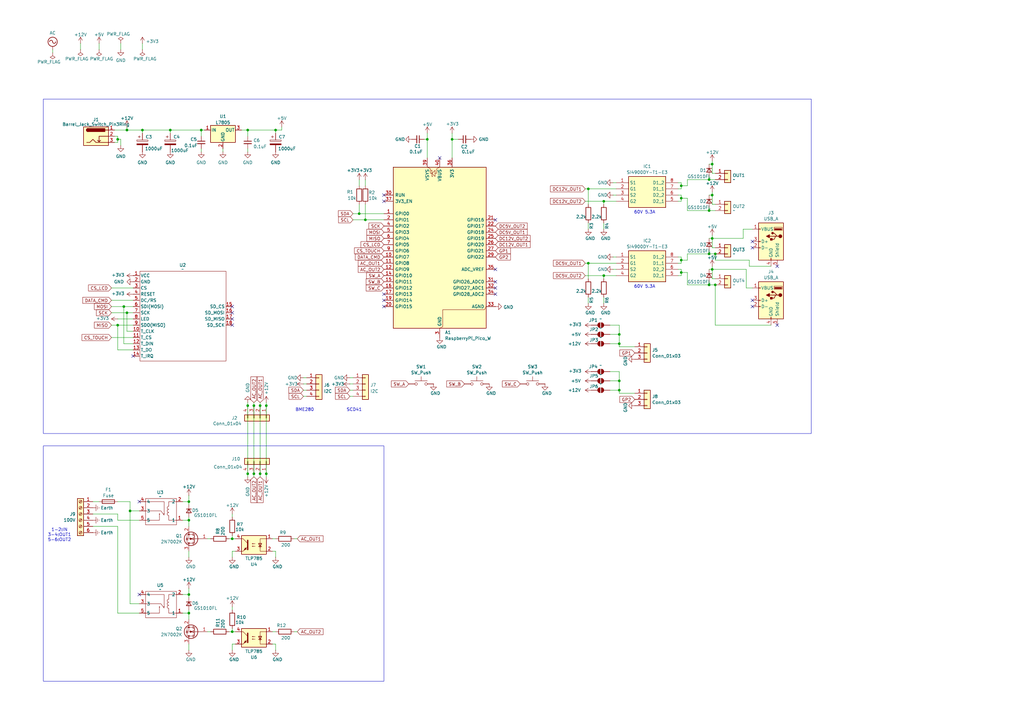
<source format=kicad_sch>
(kicad_sch (version 20250114) (generator "eeschema") (generator_version "9.0")
  (paper "A3")
  (rectangle (start 17.78 40.64) (end 332.74 177.8))
  (rectangle (start 17.78 182.88) (end 157.48 279.4))
  (text "60V 5.3A" (at 264.414 117.602 0) (effects (font (size 1.27 1.27))))
  (text "1-2:IN\n3-4:OUT1\n5-6:OUT2" (at 24.384 219.456 0) (effects (font (size 1.27 1.27))))
  (text "SCD41" (at 145.288 168.148 0) (effects (font (size 1.27 1.27))))
  (text "60V 5.3A" (at 264.414 87.122 0) (effects (font (size 1.27 1.27))))
  (text "BME280" (at 124.968 168.148 0) (effects (font (size 1.27 1.27))))
  (junction (at 290.83 104.14))
  (junction (at 77.47 205.74))
  (junction (at 292.1 110.49))
  (junction (at 77.47 243.84))
  (junction (at 48.26 133.35))
  (junction (at 292.1 80.01))
  (junction (at 109.22 166.37))
  (junction (at 109.22 194.31))
  (junction (at 48.26 57.15))
  (junction (at 101.6 194.31))
  (junction (at 53.34 209.55))
  (junction (at 290.83 116.84))
  (junction (at 95.25 220.98))
  (junction (at 293.37 116.84))
  (junction (at 254 160.02))
  (junction (at 95.25 259.08))
  (junction (at 101.6 53.34))
  (junction (at 254 137.16))
  (junction (at 101.6 166.37))
  (junction (at 293.37 104.14))
  (junction (at 69.85 53.34))
  (junction (at 104.14 166.37))
  (junction (at 290.83 73.66))
  (junction (at 247.65 113.03))
  (junction (at 52.07 53.34))
  (junction (at 279.4 111.76))
  (junction (at 185.42 57.15))
  (junction (at 254 140.97))
  (junction (at 279.4 106.68))
  (junction (at 292.1 67.31))
  (junction (at 290.83 86.36))
  (junction (at 50.8 125.73))
  (junction (at 247.65 82.55))
  (junction (at 52.07 128.27))
  (junction (at 147.32 87.63))
  (junction (at 279.4 76.2))
  (junction (at 175.26 57.15))
  (junction (at 292.1 97.79))
  (junction (at 149.86 90.17))
  (junction (at 77.47 213.36))
  (junction (at 106.68 194.31))
  (junction (at 104.14 194.31))
  (junction (at 77.47 251.46))
  (junction (at 254 156.21))
  (junction (at 58.42 53.34))
  (junction (at 82.55 53.34))
  (junction (at 279.4 81.28))
  (junction (at 241.3 77.47))
  (junction (at 113.03 53.34))
  (junction (at 241.3 107.95))
  (junction (at 106.68 166.37))
  (no_connect (at 203.2 118.11))
  (no_connect (at 318.77 109.22))
  (no_connect (at 203.2 115.57))
  (no_connect (at 157.48 80.01))
  (no_connect (at 203.2 110.49))
  (no_connect (at 57.15 243.84))
  (no_connect (at 157.48 82.55))
  (no_connect (at 308.61 99.06))
  (no_connect (at 308.61 123.19))
  (no_connect (at 95.25 133.35))
  (no_connect (at 308.61 101.6))
  (no_connect (at 180.34 64.77))
  (no_connect (at 318.77 133.35))
  (no_connect (at 95.25 125.73))
  (no_connect (at 157.48 123.19))
  (no_connect (at 95.25 130.81))
  (no_connect (at 308.61 125.73))
  (no_connect (at 57.15 205.74))
  (no_connect (at 157.48 120.65))
  (no_connect (at 157.48 125.73))
  (no_connect (at 95.25 128.27))
  (no_connect (at 203.2 120.65))
  (no_connect (at 203.2 90.17))
  (no_connect (at 54.61 146.05))
  (wire (pts (xy 144.78 90.17) (xy 149.86 90.17)))
  (wire (pts (xy 279.4 80.01) (xy 279.4 81.28)))
  (wire (pts (xy 247.65 121.92) (xy 247.65 124.46)))
  (wire (pts (xy 77.47 207.01) (xy 77.47 205.74)))
  (wire (pts (xy 290.83 80.01) (xy 292.1 80.01)))
  (wire (pts (xy 77.47 251.46) (xy 77.47 254)))
  (wire (pts (xy 101.6 166.37) (xy 101.6 194.31)))
  (wire (pts (xy 144.78 87.63) (xy 147.32 87.63)))
  (wire (pts (xy 109.22 194.31) (xy 109.22 195.58)))
  (wire (pts (xy 77.47 212.09) (xy 77.47 213.36)))
  (wire (pts (xy 279.4 81.28) (xy 281.94 81.28)))
  (wire (pts (xy 279.4 76.2) (xy 281.94 76.2)))
  (wire (pts (xy 95.25 219.71) (xy 95.25 220.98)))
  (wire (pts (xy 279.4 74.93) (xy 279.4 76.2)))
  (wire (pts (xy 279.4 107.95) (xy 278.13 107.95)))
  (wire (pts (xy 290.83 102.87) (xy 290.83 104.14)))
  (wire (pts (xy 278.13 105.41) (xy 279.4 105.41)))
  (wire (pts (xy 241.3 77.47) (xy 252.73 77.47)))
  (wire (pts (xy 48.26 57.15) (xy 48.26 58.42)))
  (wire (pts (xy 306.07 118.11) (xy 306.07 110.49)))
  (wire (pts (xy 279.4 111.76) (xy 281.94 111.76)))
  (wire (pts (xy 91.44 60.96) (xy 91.44 62.23)))
  (wire (pts (xy 240.03 77.47) (xy 241.3 77.47)))
  (wire (pts (xy 290.83 67.31) (xy 292.1 67.31)))
  (wire (pts (xy 254 133.35) (xy 254 137.16)))
  (wire (pts (xy 292.1 67.31) (xy 292.1 66.04)))
  (wire (pts (xy 147.32 73.66) (xy 147.32 76.2)))
  (wire (pts (xy 99.06 53.34) (xy 101.6 53.34)))
  (wire (pts (xy 293.37 71.12) (xy 292.1 71.12)))
  (wire (pts (xy 48.26 133.35) (xy 54.61 133.35)))
  (wire (pts (xy 240.03 113.03) (xy 247.65 113.03)))
  (wire (pts (xy 281.94 73.66) (xy 290.83 73.66)))
  (wire (pts (xy 53.34 209.55) (xy 53.34 247.65)))
  (wire (pts (xy 293.37 101.6) (xy 292.1 101.6)))
  (wire (pts (xy 113.03 53.34) (xy 115.57 53.34)))
  (wire (pts (xy 101.6 60.96) (xy 101.6 62.23)))
  (wire (pts (xy 292.1 97.79) (xy 292.1 96.52)))
  (wire (pts (xy 48.26 215.9) (xy 48.26 251.46)))
  (wire (pts (xy 49.53 59.69) (xy 49.53 57.15)))
  (wire (pts (xy 149.86 90.17) (xy 157.48 90.17)))
  (wire (pts (xy 82.55 53.34) (xy 83.82 53.34)))
  (wire (pts (xy 124.46 157.48) (xy 125.73 157.48)))
  (wire (pts (xy 53.34 209.55) (xy 57.15 209.55)))
  (wire (pts (xy 290.83 97.79) (xy 292.1 97.79)))
  (wire (pts (xy 77.47 250.19) (xy 77.47 251.46)))
  (wire (pts (xy 254 142.24) (xy 260.35 142.24)))
  (wire (pts (xy 69.85 53.34) (xy 69.85 54.61)))
  (wire (pts (xy 58.42 53.34) (xy 69.85 53.34)))
  (wire (pts (xy 49.53 57.15) (xy 48.26 57.15)))
  (wire (pts (xy 52.07 135.89) (xy 52.07 128.27)))
  (wire (pts (xy 290.83 116.84) (xy 293.37 116.84)))
  (wire (pts (xy 104.14 165.1) (xy 104.14 166.37)))
  (wire (pts (xy 48.26 210.82) (xy 38.1 210.82)))
  (wire (pts (xy 308.61 93.98) (xy 304.8 93.98)))
  (wire (pts (xy 101.6 165.1) (xy 101.6 166.37)))
  (wire (pts (xy 173.99 57.15) (xy 175.26 57.15)))
  (wire (pts (xy 46.99 58.42) (xy 48.26 58.42)))
  (wire (pts (xy 111.76 226.06) (xy 113.03 226.06)))
  (wire (pts (xy 143.51 154.94) (xy 144.78 154.94)))
  (wire (pts (xy 281.94 111.76) (xy 281.94 116.84)))
  (wire (pts (xy 48.26 213.36) (xy 48.26 210.82)))
  (wire (pts (xy 106.68 166.37) (xy 106.68 194.31)))
  (wire (pts (xy 69.85 53.34) (xy 82.55 53.34)))
  (wire (pts (xy 316.23 133.35) (xy 293.37 133.35)))
  (wire (pts (xy 48.26 213.36) (xy 57.15 213.36)))
  (wire (pts (xy 113.03 264.16) (xy 113.03 266.7)))
  (wire (pts (xy 281.94 81.28) (xy 281.94 86.36)))
  (wire (pts (xy 254 140.97) (xy 254 142.24)))
  (wire (pts (xy 250.19 133.35) (xy 254 133.35)))
  (wire (pts (xy 58.42 17.78) (xy 58.42 20.32)))
  (wire (pts (xy 48.26 55.88) (xy 48.26 57.15)))
  (wire (pts (xy 306.07 110.49) (xy 292.1 110.49)))
  (wire (pts (xy 95.25 264.16) (xy 96.52 264.16)))
  (wire (pts (xy 124.46 154.94) (xy 125.73 154.94)))
  (wire (pts (xy 101.6 53.34) (xy 113.03 53.34)))
  (wire (pts (xy 147.32 87.63) (xy 157.48 87.63)))
  (wire (pts (xy 45.72 125.73) (xy 50.8 125.73)))
  (wire (pts (xy 281.94 104.14) (xy 290.83 104.14)))
  (wire (pts (xy 250.19 160.02) (xy 254 160.02)))
  (wire (pts (xy 250.19 152.4) (xy 254 152.4)))
  (wire (pts (xy 241.3 83.82) (xy 241.3 77.47)))
  (wire (pts (xy 304.8 97.79) (xy 292.1 97.79)))
  (wire (pts (xy 251.46 74.93) (xy 252.73 74.93)))
  (wire (pts (xy 95.25 259.08) (xy 96.52 259.08)))
  (wire (pts (xy 292.1 80.01) (xy 292.1 83.82)))
  (wire (pts (xy 38.1 215.9) (xy 48.26 215.9)))
  (wire (pts (xy 250.19 140.97) (xy 254 140.97)))
  (wire (pts (xy 109.22 166.37) (xy 109.22 194.31)))
  (wire (pts (xy 247.65 113.03) (xy 247.65 114.3)))
  (wire (pts (xy 40.64 17.78) (xy 40.64 20.32)))
  (wire (pts (xy 290.83 104.14) (xy 293.37 104.14)))
  (wire (pts (xy 290.83 115.57) (xy 290.83 116.84)))
  (wire (pts (xy 115.57 53.34) (xy 115.57 52.07)))
  (wire (pts (xy 21.59 20.32) (xy 21.59 21.59)))
  (wire (pts (xy 149.86 83.82) (xy 149.86 90.17)))
  (wire (pts (xy 104.14 194.31) (xy 104.14 195.58)))
  (wire (pts (xy 254 161.29) (xy 260.35 161.29)))
  (wire (pts (xy 50.8 125.73) (xy 54.61 125.73)))
  (wire (pts (xy 307.34 106.68) (xy 307.34 109.22)))
  (wire (pts (xy 95.25 220.98) (xy 96.52 220.98)))
  (wire (pts (xy 85.09 259.08) (xy 86.36 259.08)))
  (wire (pts (xy 254 137.16) (xy 254 140.97)))
  (wire (pts (xy 278.13 82.55) (xy 279.4 82.55)))
  (wire (pts (xy 290.83 86.36) (xy 293.37 86.36)))
  (wire (pts (xy 77.47 243.84) (xy 74.93 243.84)))
  (wire (pts (xy 281.94 106.68) (xy 281.94 104.14)))
  (wire (pts (xy 250.19 156.21) (xy 254 156.21)))
  (wire (pts (xy 143.51 160.02) (xy 144.78 160.02)))
  (wire (pts (xy 101.6 53.34) (xy 101.6 55.88)))
  (wire (pts (xy 106.68 194.31) (xy 106.68 195.58)))
  (wire (pts (xy 45.72 128.27) (xy 52.07 128.27)))
  (wire (pts (xy 77.47 213.36) (xy 77.47 215.9)))
  (wire (pts (xy 293.37 133.35) (xy 293.37 116.84)))
  (wire (pts (xy 111.76 264.16) (xy 113.03 264.16)))
  (wire (pts (xy 251.46 110.49) (xy 252.73 110.49)))
  (wire (pts (xy 279.4 110.49) (xy 279.4 111.76)))
  (wire (pts (xy 48.26 143.51) (xy 48.26 133.35)))
  (wire (pts (xy 290.83 85.09) (xy 290.83 86.36)))
  (wire (pts (xy 241.3 107.95) (xy 252.73 107.95)))
  (wire (pts (xy 111.76 259.08) (xy 113.03 259.08)))
  (wire (pts (xy 48.26 205.74) (xy 53.34 205.74)))
  (wire (pts (xy 95.25 257.81) (xy 95.25 259.08)))
  (wire (pts (xy 95.25 226.06) (xy 96.52 226.06)))
  (wire (pts (xy 278.13 77.47) (xy 279.4 77.47)))
  (wire (pts (xy 52.07 53.34) (xy 58.42 53.34)))
  (wire (pts (xy 45.72 133.35) (xy 48.26 133.35)))
  (wire (pts (xy 93.98 259.08) (xy 95.25 259.08)))
  (wire (pts (xy 241.3 91.44) (xy 241.3 93.98)))
  (wire (pts (xy 251.46 80.01) (xy 252.73 80.01)))
  (wire (pts (xy 53.34 247.65) (xy 57.15 247.65)))
  (wire (pts (xy 85.09 220.98) (xy 86.36 220.98)))
  (wire (pts (xy 247.65 91.44) (xy 247.65 93.98)))
  (wire (pts (xy 279.4 105.41) (xy 279.4 106.68)))
  (wire (pts (xy 38.1 205.74) (xy 40.64 205.74)))
  (wire (pts (xy 77.47 226.06) (xy 77.47 228.6)))
  (wire (pts (xy 143.51 157.48) (xy 144.78 157.48)))
  (wire (pts (xy 247.65 83.82) (xy 247.65 82.55)))
  (wire (pts (xy 247.65 82.55) (xy 252.73 82.55)))
  (wire (pts (xy 147.32 83.82) (xy 147.32 87.63)))
  (wire (pts (xy 93.98 220.98) (xy 95.25 220.98)))
  (wire (pts (xy 279.4 81.28) (xy 279.4 82.55)))
  (wire (pts (xy 292.1 110.49) (xy 292.1 109.22)))
  (wire (pts (xy 120.65 220.98) (xy 121.92 220.98)))
  (wire (pts (xy 290.83 73.66) (xy 293.37 73.66)))
  (wire (pts (xy 124.46 162.56) (xy 125.73 162.56)))
  (wire (pts (xy 279.4 76.2) (xy 279.4 77.47)))
  (wire (pts (xy 281.94 86.36) (xy 290.83 86.36)))
  (wire (pts (xy 292.1 101.6) (xy 292.1 97.79)))
  (wire (pts (xy 46.99 53.34) (xy 52.07 53.34)))
  (wire (pts (xy 52.07 52.07) (xy 52.07 53.34)))
  (wire (pts (xy 290.83 72.39) (xy 290.83 73.66)))
  (wire (pts (xy 279.4 74.93) (xy 278.13 74.93)))
  (wire (pts (xy 49.53 17.78) (xy 49.53 20.32)))
  (wire (pts (xy 279.4 106.68) (xy 281.94 106.68)))
  (wire (pts (xy 292.1 71.12) (xy 292.1 67.31)))
  (wire (pts (xy 124.46 160.02) (xy 125.73 160.02)))
  (wire (pts (xy 250.19 137.16) (xy 254 137.16)))
  (wire (pts (xy 77.47 241.3) (xy 77.47 243.84)))
  (wire (pts (xy 281.94 76.2) (xy 281.94 73.66)))
  (wire (pts (xy 33.02 17.78) (xy 33.02 20.32)))
  (wire (pts (xy 54.61 143.51) (xy 48.26 143.51)))
  (wire (pts (xy 113.03 226.06) (xy 113.03 228.6)))
  (wire (pts (xy 307.34 109.22) (xy 316.23 109.22)))
  (wire (pts (xy 293.37 106.68) (xy 307.34 106.68)))
  (wire (pts (xy 120.65 259.08) (xy 121.92 259.08)))
  (wire (pts (xy 292.1 114.3) (xy 293.37 114.3)))
  (wire (pts (xy 240.03 107.95) (xy 241.3 107.95)))
  (wire (pts (xy 293.37 104.14) (xy 293.37 106.68)))
  (wire (pts (xy 279.4 80.01) (xy 278.13 80.01)))
  (wire (pts (xy 77.47 213.36) (xy 74.93 213.36)))
  (wire (pts (xy 52.07 128.27) (xy 54.61 128.27)))
  (wire (pts (xy 281.94 116.84) (xy 290.83 116.84)))
  (wire (pts (xy 45.72 118.11) (xy 54.61 118.11)))
  (wire (pts (xy 53.34 209.55) (xy 53.34 205.74)))
  (wire (pts (xy 185.42 54.61) (xy 185.42 57.15)))
  (wire (pts (xy 111.76 220.98) (xy 113.03 220.98)))
  (wire (pts (xy 77.47 205.74) (xy 74.93 205.74)))
  (wire (pts (xy 77.47 245.11) (xy 77.47 243.84)))
  (wire (pts (xy 254 152.4) (xy 254 156.21)))
  (wire (pts (xy 254 156.21) (xy 254 160.02)))
  (wire (pts (xy 175.26 54.61) (xy 175.26 57.15)))
  (wire (pts (xy 279.4 113.03) (xy 278.13 113.03)))
  (wire (pts (xy 77.47 203.2) (xy 77.47 205.74)))
  (wire (pts (xy 290.83 110.49) (xy 292.1 110.49)))
  (wire (pts (xy 50.8 140.97) (xy 54.61 140.97)))
  (wire (pts (xy 308.61 118.11) (xy 306.07 118.11)))
  (wire (pts (xy 46.99 55.88) (xy 48.26 55.88)))
  (wire (pts (xy 185.42 57.15) (xy 185.42 64.77)))
  (wire (pts (xy 185.42 57.15) (xy 187.96 57.15)))
  (wire (pts (xy 254 160.02) (xy 254 161.29)))
  (wire (pts (xy 57.15 251.46) (xy 48.26 251.46)))
  (wire (pts (xy 241.3 121.92) (xy 241.3 124.46)))
  (wire (pts (xy 240.03 82.55) (xy 247.65 82.55)))
  (wire (pts (xy 279.4 106.68) (xy 279.4 107.95)))
  (wire (pts (xy 45.72 138.43) (xy 54.61 138.43)))
  (wire (pts (xy 54.61 135.89) (xy 52.07 135.89)))
  (wire (pts (xy 82.55 53.34) (xy 82.55 55.88)))
  (wire (pts (xy 106.68 165.1) (xy 106.68 166.37)))
  (wire (pts (xy 77.47 264.16) (xy 77.47 266.7)))
  (wire (pts (xy 279.4 111.76) (xy 279.4 113.03)))
  (wire (pts (xy 292.1 110.49) (xy 292.1 114.3)))
  (wire (pts (xy 95.25 248.92) (xy 95.25 250.19)))
  (wire (pts (xy 101.6 194.31) (xy 101.6 195.58)))
  (wire (pts (xy 251.46 105.41) (xy 252.73 105.41)))
  (wire (pts (xy 104.14 166.37) (xy 104.14 194.31)))
  (wire (pts (xy 77.47 251.46) (xy 74.93 251.46)))
  (wire (pts (xy 109.22 165.1) (xy 109.22 166.37)))
  (wire (pts (xy 241.3 107.95) (xy 241.3 114.3)))
  (wire (pts (xy 292.1 83.82) (xy 293.37 83.82)))
  (wire (pts (xy 95.25 210.82) (xy 95.25 212.09)))
  (wire (pts (xy 143.51 162.56) (xy 144.78 162.56)))
  (wire (pts (xy 82.55 60.96) (xy 82.55 62.23)))
  (wire (pts (xy 45.72 123.19) (xy 54.61 123.19)))
  (wire (pts (xy 149.86 73.66) (xy 149.86 76.2)))
  (wire (pts (xy 48.26 130.81) (xy 54.61 130.81)))
  (wire (pts (xy 95.25 228.6) (xy 95.25 226.06)))
  (wire (pts (xy 113.03 53.34) (xy 113.03 54.61)))
  (wire (pts (xy 292.1 80.01) (xy 292.1 78.74)))
  (wire (pts (xy 278.13 110.49) (xy 279.4 110.49)))
  (wire (pts (xy 95.25 266.7) (xy 95.25 264.16)))
  (wire (pts (xy 247.65 113.03) (xy 252.73 113.03)))
  (wire (pts (xy 58.42 53.34) (xy 58.42 54.61)))
  (wire (pts (xy 304.8 93.98) (xy 304.8 97.79)))
  (wire (pts (xy 175.26 57.15) (xy 175.26 64.77)))
  (wire (pts (xy 50.8 125.73) (xy 50.8 140.97)))
  (global_label "MOSI" (shape input) (at 45.72 125.73 180) (property "Intersheetrefs" "${INTERSHEET_REFS}" (effects (hide yes))))
  (global_label "AC_OUT2" (shape input) (at 104.14 195.58 270) (property "Intersheetrefs" "${INTERSHEET_REFS}" (effects (hide yes))))
  (global_label "SW_C" (shape input) (at 213.36 157.48 180) (property "Intersheetrefs" "${INTERSHEET_REFS}" (effects (hide yes))))
  (global_label "AC_OUT1" (shape input) (at 106.68 165.1 90) (property "Intersheetrefs" "${INTERSHEET_REFS}" (effects (hide yes))))
  (global_label "GP2" (shape input) (at 203.2 105.41 0) (property "Intersheetrefs" "${INTERSHEET_REFS}" (effects (hide yes))))
  (global_label "AC_OUT2" (shape input) (at 157.48 110.49 180) (property "Intersheetrefs" "${INTERSHEET_REFS}" (effects (hide yes))))
  (global_label "AC_OUT1" (shape input) (at 121.92 220.98 0) (property "Intersheetrefs" "${INTERSHEET_REFS}" (effects (hide yes))))
  (global_label "SDA" (shape input) (at 144.78 87.63 180) (property "Intersheetrefs" "${INTERSHEET_REFS}" (effects (hide yes))))
  (global_label "DC5V_OUT1" (shape input) (at 203.2 95.25 0) (property "Intersheetrefs" "${INTERSHEET_REFS}" (effects (hide yes))))
  (global_label "DC12V_OUT1" (shape input) (at 240.03 77.47 180) (property "Intersheetrefs" "${INTERSHEET_REFS}" (effects (hide yes))))
  (global_label "GP1" (shape input) (at 260.35 144.78 180) (property "Intersheetrefs" "${INTERSHEET_REFS}" (effects (hide yes))))
  (global_label "MOSI" (shape input) (at 157.48 95.25 180) (property "Intersheetrefs" "${INTERSHEET_REFS}" (effects (hide yes))))
  (global_label "DC12V_OUT1" (shape input) (at 203.2 100.33 0) (property "Intersheetrefs" "${INTERSHEET_REFS}" (effects (hide yes))))
  (global_label "SW_B" (shape input) (at 157.48 115.57 180) (property "Intersheetrefs" "${INTERSHEET_REFS}" (effects (hide yes))))
  (global_label "MISO" (shape input) (at 157.48 97.79 180) (property "Intersheetrefs" "${INTERSHEET_REFS}" (effects (hide yes))))
  (global_label "SDA" (shape input) (at 143.51 160.02 180) (property "Intersheetrefs" "${INTERSHEET_REFS}" (effects (hide yes))))
  (global_label "DC5V_OUT2" (shape input) (at 203.2 92.71 0) (property "Intersheetrefs" "${INTERSHEET_REFS}" (effects (hide yes))))
  (global_label "DC5V_OUT1" (shape input) (at 240.03 107.95 180) (property "Intersheetrefs" "${INTERSHEET_REFS}" (effects (hide yes))))
  (global_label "CS_TOUCH" (shape input) (at 45.72 138.43 180) (property "Intersheetrefs" "${INTERSHEET_REFS}" (effects (hide yes))))
  (global_label "DC12V_OUT2" (shape input) (at 240.03 82.55 180) (property "Intersheetrefs" "${INTERSHEET_REFS}" (effects (hide yes))))
  (global_label "SCK" (shape input) (at 45.72 128.27 180) (property "Intersheetrefs" "${INTERSHEET_REFS}" (effects (hide yes))))
  (global_label "SCL" (shape input) (at 143.51 162.56 180) (property "Intersheetrefs" "${INTERSHEET_REFS}" (effects (hide yes))))
  (global_label "CS_TOUCH" (shape input) (at 157.48 102.87 180) (property "Intersheetrefs" "${INTERSHEET_REFS}" (effects (hide yes))))
  (global_label "MISO" (shape input) (at 45.72 133.35 180) (property "Intersheetrefs" "${INTERSHEET_REFS}" (effects (hide yes))))
  (global_label "SDA" (shape input) (at 124.46 160.02 180) (property "Intersheetrefs" "${INTERSHEET_REFS}" (effects (hide yes))))
  (global_label "SW_B" (shape input) (at 190.5 157.48 180) (property "Intersheetrefs" "${INTERSHEET_REFS}" (effects (hide yes))))
  (global_label "GP1" (shape input) (at 203.2 102.87 0) (property "Intersheetrefs" "${INTERSHEET_REFS}" (effects (hide yes))))
  (global_label "AC_OUT2" (shape input) (at 121.92 259.08 0) (property "Intersheetrefs" "${INTERSHEET_REFS}" (effects (hide yes))))
  (global_label "AC_OUT2" (shape input) (at 104.14 165.1 90) (property "Intersheetrefs" "${INTERSHEET_REFS}" (effects (hide yes))))
  (global_label "SW_C" (shape input) (at 157.48 118.11 180) (property "Intersheetrefs" "${INTERSHEET_REFS}" (effects (hide yes))))
  (global_label "DATA_CMD" (shape input) (at 45.72 123.19 180) (property "Intersheetrefs" "${INTERSHEET_REFS}" (effects (hide yes))))
  (global_label "AC_OUT1" (shape input) (at 106.68 195.58 270) (property "Intersheetrefs" "${INTERSHEET_REFS}" (effects (hide yes))))
  (global_label "DC5V_OUT2" (shape input) (at 240.03 113.03 180) (property "Intersheetrefs" "${INTERSHEET_REFS}" (effects (hide yes))))
  (global_label "SCL" (shape input) (at 124.46 162.56 180) (property "Intersheetrefs" "${INTERSHEET_REFS}" (effects (hide yes))))
  (global_label "DATA_CMD" (shape input) (at 157.48 105.41 180) (property "Intersheetrefs" "${INTERSHEET_REFS}" (effects (hide yes))))
  (global_label "SCL" (shape input) (at 144.78 90.17 180) (property "Intersheetrefs" "${INTERSHEET_REFS}" (effects (hide yes))))
  (global_label "SW_A" (shape input) (at 167.64 157.48 180) (property "Intersheetrefs" "${INTERSHEET_REFS}" (effects (hide yes))))
  (global_label "GP2" (shape input) (at 260.35 163.83 180) (property "Intersheetrefs" "${INTERSHEET_REFS}" (effects (hide yes))))
  (global_label "SW_A" (shape input) (at 157.48 113.03 180) (property "Intersheetrefs" "${INTERSHEET_REFS}" (effects (hide yes))))
  (global_label "CS_LCD" (shape input) (at 45.72 118.11 180) (property "Intersheetrefs" "${INTERSHEET_REFS}" (effects (hide yes))))
  (global_label "CS_LCD" (shape input) (at 157.48 100.33 180) (property "Intersheetrefs" "${INTERSHEET_REFS}" (effects (hide yes))))
  (global_label "AC_OUT1" (shape input) (at 157.48 107.95 180) (property "Intersheetrefs" "${INTERSHEET_REFS}" (effects (hide yes))))
  (global_label "SCK" (shape input) (at 157.48 92.71 180) (property "Intersheetrefs" "${INTERSHEET_REFS}" (effects (hide yes))))
  (global_label "DC12V_OUT2" (shape input) (at 203.2 97.79 0) (property "Intersheetrefs" "${INTERSHEET_REFS}" (effects (hide yes))))
  (symbol (lib_id "power:+3V3") (at 242.57 152.4 90) (unit 1)
    (property "Reference" "#PWR045" (effects (hide yes)))
    (property "Value" "+3V3" (at 238.506 152.146 90) (effects (justify left)))
    (property "Description" "Power symbol creates a global label with name \"+3V3\"" (effects (hide yes)))
  )
  (symbol (lib_id "power:+12V") (at 52.07 52.07 0) (unit 1)
    (property "Reference" "#PWR06" (effects (hide yes)))
    (property "Value" "+12V" (at 52.07 48.4942 0))
    (property "Description" "Power symbol creates a global label with name \"+12V\"" (effects (hide yes)))
  )
  (symbol (lib_id "Device:C_Polarized") (at 69.85 58.42 0) (unit 1)
    (property "Reference" "C4" (at 71.12 56.134 0) (effects (justify left)))
    (property "Value" "1000uF" (at 70.104 61.722 0) (effects (justify left)))
    (property "Footprint" "Capacitor_THT:CP_Radial_D10.0mm_P5.00mm_P7.50mm" (effects (hide yes)))
    (property "Description" "Polarized capacitor" (effects (hide yes)))
  )
  (symbol (lib_id "mylib:MSP2807") (at 74.93 129.54 0) (unit 1)
    (property "Reference" "U2" (at 74.93 108.7205 0))
    (property "Value" "~" (at 74.93 110.4019 0))
    (property "Footprint" "mylib:MSP2807" (effects (hide yes)))
  )
  (symbol (lib_id "power:+12V") (at 242.57 160.02 90) (unit 1)
    (property "Reference" "#PWR054" (effects (hide yes)))
    (property "Value" "+12V" (at 238.252 160.02 90) (effects (justify left)))
    (property "Description" "Power symbol creates a global label with name \"+12V\"" (effects (hide yes)))
  )
  (symbol (lib_id "power:GND") (at 101.6 195.58 0) (unit 1)
    (property "Reference" "#PWR067" (effects (hide yes)))
    (property "Value" "GND" (at 101.6 203.708 90) (effects (justify left)))
    (property "Description" "Power symbol creates a global label with name \"GND\" , ground" (effects (hide yes)))
  )
  (symbol (lib_id "power:+3V3") (at 185.42 54.61 0) (unit 1)
    (property "Reference" "#PWR09" (effects (hide yes)))
    (property "Value" "+3V3" (at 182.88 50.8 0) (effects (justify left)))
    (property "Description" "Power symbol creates a global label with name \"+3V3\"" (effects (hide yes)))
  )
  (symbol (lib_id "power:GND") (at 177.8 157.48 0) (unit 1)
    (property "Reference" "#PWR051" (effects (hide yes)))
    (property "Value" "GND" (at 176.53 161.29 0) (effects (justify left)))
    (property "Description" "Power symbol creates a global label with name \"GND\" , ground" (effects (hide yes)))
  )
  (symbol (lib_id "power:GND") (at 69.85 62.23 0) (unit 1)
    (property "Reference" "#PWR014" (effects (hide yes)))
    (property "Value" "GND" (at 69.85 66.6734 0))
    (property "Description" "Power symbol creates a global label with name \"GND\" , ground" (effects (hide yes)))
  )
  (symbol (lib_id "mylib:SI4900DY-T1-E3") (at 252.73 74.93 0) (unit 1)
    (property "Reference" "IC1" (at 265.43 68.2455 0))
    (property "Value" "SI4900DY-T1-E3" (at 265.43 70.6698 0))
    (property "Footprint" "mylib:SOIC127P600X175-8N" (effects (hide yes)))
    (property "Datasheet" "http://www.vishay.com/docs/73272/si4900dy.pdf" (effects (hide yes)))
    (property "Description" "SI4900DY-T1-E3, Dual N-channel MOSFET Transistor 4.3 A 60 V, 8-Pin SOIC" (effects (hide yes)))
    (property "Height" "1.75" (effects (hide yes)))
    (property "Mouser Part Number" "781-SI4900DY-E3" (effects (hide yes)))
    (property "Mouser Price/Stock" "https://www.mouser.co.uk/ProductDetail/Vishay-Semiconductors/SI4900DY-T1-E3?qs=jcx%252B0HVgj2bqp4ExOjjizg%3D%3D" (effects (hide yes)))
    (property "Manufacturer_Name" "Vishay" (effects (hide yes)))
    (property "Manufacturer_Part_Number" "SI4900DY-T1-E3" (effects (hide yes)))
  )
  (symbol (lib_id "power:GND") (at 200.66 157.48 0) (unit 1)
    (property "Reference" "#PWR052" (effects (hide yes)))
    (property "Value" "GND" (at 199.39 161.29 0) (effects (justify left)))
    (property "Description" "Power symbol creates a global label with name \"GND\" , ground" (effects (hide yes)))
  )
  (symbol (lib_id "mylib:SI4900DY-T1-E3") (at 252.73 105.41 0) (unit 1)
    (property "Reference" "IC2" (at 265.43 98.7255 0))
    (property "Value" "SI4900DY-T1-E3" (at 265.43 101.1498 0))
    (property "Footprint" "mylib:SOIC127P600X175-8N" (effects (hide yes)))
    (property "Datasheet" "http://www.vishay.com/docs/73272/si4900dy.pdf" (effects (hide yes)))
    (property "Description" "SI4900DY-T1-E3, Dual N-channel MOSFET Transistor 4.3 A 60 V, 8-Pin SOIC" (effects (hide yes)))
    (property "Height" "1.75" (effects (hide yes)))
    (property "Mouser Part Number" "781-SI4900DY-E3" (effects (hide yes)))
    (property "Mouser Price/Stock" "https://www.mouser.co.uk/ProductDetail/Vishay-Semiconductors/SI4900DY-T1-E3?qs=jcx%252B0HVgj2bqp4ExOjjizg%3D%3D" (effects (hide yes)))
    (property "Manufacturer_Name" "Vishay" (effects (hide yes)))
    (property "Manufacturer_Part_Number" "SI4900DY-T1-E3" (effects (hide yes)))
  )
  (symbol (lib_id "power:+5V") (at 242.57 137.16 90) (unit 1)
    (property "Reference" "#PWR041" (effects (hide yes)))
    (property "Value" "+5V" (at 238.252 137.16 90) (effects (justify left)))
    (property "Description" "Power symbol creates a global label with name \"+5V\"" (effects (hide yes)))
  )
  (symbol (lib_id "power:GND") (at 260.35 166.37 270) (unit 1)
    (property "Reference" "#PWR055" (effects (hide yes)))
    (property "Value" "GND" (at 256.54 165.1 0) (effects (justify left)))
    (property "Description" "Power symbol creates a global label with name \"GND\" , ground" (effects (hide yes)))
  )
  (symbol (lib_id "power:+5V") (at 292.1 109.22 0) (unit 1)
    (property "Reference" "#PWR031" (effects (hide yes)))
    (property "Value" "+5V" (at 292.1 105.6442 0))
    (property "Description" "Power symbol creates a global label with name \"+5V\"" (effects (hide yes)))
  )
  (symbol (lib_id "Device:C_Polarized") (at 113.03 58.42 0) (unit 1)
    (property "Reference" "C7" (at 114.3 56.134 0) (effects (justify left)))
    (property "Value" "1000uF" (at 114.046 60.96 0) (effects (justify left)))
    (property "Footprint" "Capacitor_THT:CP_Radial_D10.0mm_P5.00mm_P7.50mm" (effects (hide yes)))
    (property "Description" "Polarized capacitor" (effects (hide yes)))
  )
  (symbol (lib_id "power:GND") (at 101.6 165.1 180) (unit 1)
    (property "Reference" "#PWR026" (effects (hide yes)))
    (property "Value" "GND" (at 101.6 156.972 90) (effects (justify left)))
    (property "Description" "Power symbol creates a global label with name \"GND\" , ground" (effects (hide yes)))
  )
  (symbol (lib_id "power:GND") (at 241.3 93.98 0) (unit 1)
    (property "Reference" "#PWR027" (effects (hide yes)))
    (property "Value" "GND" (at 240.03 97.79 0) (effects (justify left)))
    (property "Description" "Power symbol creates a global label with name \"GND\" , ground" (effects (hide yes)))
  )
  (symbol (lib_id "Device:R") (at 247.65 118.11 0) (unit 1)
    (property "Reference" "R6" (at 248.92 124.46 90) (effects (justify left)))
    (property "Value" "2.2k" (at 242.57 119.38 0) (effects (justify left)))
    (property "Footprint" "Resistor_SMD:R_0603_1608Metric_Pad0.98x0.95mm_HandSolder" (effects (hide yes)))
    (property "Description" "Resistor" (effects (hide yes)))
  )
  (symbol (lib_id "Device:C_Small") (at 171.45 57.15 270) (unit 1)
    (property "Reference" "C1" (at 169.926 59.944 90) (effects (justify left)))
    (property "Value" "0.1uF" (at 167.894 62.23 90) (effects (justify left)))
    (property "Footprint" "Capacitor_SMD:C_0603_1608Metric_Pad1.08x0.95mm_HandSolder" (effects (hide yes)))
    (property "Description" "Unpolarized capacitor, small symbol" (effects (hide yes)))
  )
  (symbol (lib_id "power:+3V3") (at 48.26 130.81 90) (unit 1)
    (property "Reference" "#PWR039" (effects (hide yes)))
    (property "Value" "+3V3" (at 44.704 130.556 90) (effects (justify left)))
    (property "Description" "Power symbol creates a global label with name \"+3V3\"" (effects (hide yes)))
  )
  (symbol (lib_id "power:GND") (at 82.55 62.23 0) (unit 1)
    (property "Reference" "#PWR015" (effects (hide yes)))
    (property "Value" "GND" (at 82.55 66.6734 0))
    (property "Description" "Power symbol creates a global label with name \"GND\" , ground" (effects (hide yes)))
  )
  (symbol (lib_id "power:GND") (at 247.65 93.98 0) (unit 1)
    (property "Reference" "#PWR028" (effects (hide yes)))
    (property "Value" "GND" (at 246.38 97.79 0) (effects (justify left)))
    (property "Description" "Power symbol creates a global label with name \"GND\" , ground" (effects (hide yes)))
  )
  (symbol (lib_id "Connector_Generic:Conn_01x02") (at 298.45 71.12 0) (unit 1)
    (property "Reference" "OUT1" (at 300.482 71.9208 0) (effects (justify left)))
    (property "Value" "~" (at 300.482 73.6022 0) (effects (justify left)))
    (property "Footprint" "Connector_JST:JST_XH_B2B-XH-AM_1x02_P2.50mm_Vertical" (effects (hide yes)))
    (property "Description" "Generic connector, single row, 01x02, script generated (kicad-library-utils/schlib/autogen/connector/)" (effects (hide yes)))
  )
  (symbol (lib_id "power:+3V3") (at 58.42 17.78 0) (unit 1)
    (property "Reference" "#PWR03" (effects (hide yes)))
    (property "Value" "+3V3" (at 59.817 16.9438 0) (effects (justify left)))
    (property "Description" "Power symbol creates a global label with name \"+3V3\"" (effects (hide yes)))
  )
  (symbol (lib_id "Connector_Generic:Conn_01x02") (at 298.45 83.82 0) (unit 1)
    (property "Reference" "OUT2" (at 300.482 84.6208 0) (effects (justify left)))
    (property "Value" "~" (at 300.482 86.3022 0) (effects (justify left)))
    (property "Footprint" "Connector_JST:JST_XH_B2B-XH-AM_1x02_P2.50mm_Vertical" (effects (hide yes)))
    (property "Description" "Generic connector, single row, 01x02, script generated (kicad-library-utils/schlib/autogen/connector/)" (effects (hide yes)))
  )
  (symbol (lib_id "Connector_Generic:Conn_01x04") (at 106.68 189.23 270) (mirror x) (unit 1)
    (property "Reference" "J10" (at 96.774 188.214 90))
    (property "Value" "Conn_01x04" (at 93.472 191.516 90))
    (property "Footprint" "Connector_JST:JST_XH_B4B-XH-AM_1x04_P2.50mm_Vertical" (effects (hide yes)))
    (property "Description" "Generic connector, single row, 01x04, script generated (kicad-library-utils/schlib/autogen/connector/)" (effects (hide yes)))
  )
  (symbol (lib_id "power:+12V") (at 77.47 203.2 0) (unit 1)
    (property "Reference" "#PWR057" (effects (hide yes)))
    (property "Value" "+12V" (at 77.47 199.6242 0))
    (property "Description" "Power symbol creates a global label with name \"+12V\"" (effects (hide yes)))
  )
  (symbol (lib_id "Device:C_Small") (at 190.5 57.15 90) (unit 1)
    (property "Reference" "C2" (at 191.77 60.198 90) (effects (justify left)))
    (property "Value" "0.1uF" (at 194.818 62.23 90) (effects (justify left)))
    (property "Footprint" "Capacitor_SMD:C_0603_1608Metric_Pad1.08x0.95mm_HandSolder" (effects (hide yes)))
    (property "Description" "Unpolarized capacitor, small symbol" (effects (hide yes)))
  )
  (symbol (lib_id "power:GND") (at 251.46 110.49 270) (unit 1)
    (property "Reference" "#PWR032" (effects (hide yes)))
    (property "Value" "GND" (at 245.11 110.49 90) (effects (justify left)))
    (property "Description" "Power symbol creates a global label with name \"GND\" , ground" (effects (hide yes)))
  )
  (symbol (lib_id "power:GND") (at 168.91 57.15 270) (unit 1)
    (property "Reference" "#PWR010" (effects (hide yes)))
    (property "Value" "GND" (at 162.052 57.15 90) (effects (justify left)))
    (property "Description" "Power symbol creates a global label with name \"GND\" , ground" (effects (hide yes)))
  )
  (symbol (lib_id "power:GND") (at 251.46 105.41 270) (unit 1)
    (property "Reference" "#PWR030" (effects (hide yes)))
    (property "Value" "GND" (at 245.11 105.41 90) (effects (justify left)))
    (property "Description" "Power symbol creates a global label with name \"GND\" , ground" (effects (hide yes)))
  )
  (symbol (lib_id "Connector_Generic:Conn_01x04") (at 106.68 171.45 270) (unit 1)
    (property "Reference" "J2" (at 96.1855 171.45 90))
    (property "Value" "Conn_01x04" (at 93.218 173.736 90))
    (property "Footprint" "Connector_JST:JST_XH_B4B-XH-AM_1x04_P2.50mm_Vertical" (effects (hide yes)))
    (property "Description" "Generic connector, single row, 01x04, script generated (kicad-library-utils/schlib/autogen/connector/)" (effects (hide yes)))
  )
  (symbol (lib_id "Transistor_FET:2N7002K") (at 80.01 259.08 180) (unit 1)
    (property "Reference" "Q2" (at 74.803 257.8678 0) (effects (justify left)))
    (property "Value" "2N7002K" (at 74.803 260.2921 0) (effects (justify left)))
    (property "Footprint" "Package_TO_SOT_SMD:SOT-23" (effects (hide yes)))
    (property "Datasheet" "https://www.diodes.com/assets/Datasheets/ds30896.pdf" (effects (hide yes)))
    (property "Description" "0.38A Id, 60V Vds, N-Channel MOSFET, SOT-23" (effects (hide yes)))
  )
  (symbol (lib_id "Device:D_Small") (at 290.83 82.55 270) (unit 1)
    (property "Reference" "D2" (at 287.02 82.55 90) (effects (justify left)))
    (property "Value" "GS1010FL" (at 281.94 85.09 90) (effects (justify left)))
    (property "Footprint" "Diode_SMD:D_SOD-123F" (effects (hide yes)))
    (property "Description" "Diode, small symbol" (effects (hide yes)))
    (property "Sim.Device" "D" (effects (hide yes)))
    (property "Sim.Pins" "1=K 2=A" (effects (hide yes)))
  )
  (symbol (lib_id "Regulator_Linear:L7805") (at 91.44 53.34 0) (unit 1)
    (property "Reference" "U1" (at 91.44 47.7352 0))
    (property "Value" "L7805" (at 91.44 50.2721 0))
    (property "Footprint" "Package_TO_SOT_SMD:TO-252-2" (effects (hide yes)))
    (property "Datasheet" "http://www.st.com/content/ccc/resource/technical/document/datasheet/41/4f/b3/b0/12/d4/47/88/CD00000444.pdf/files/CD00000444.pdf/jcr:content/translations/en.CD00000444.pdf" (effects (hide yes)))
    (property "Description" "Positive 1.5A 35V Linear Regulator, Fixed Output 5V, TO-220/TO-263/TO-252" (effects (hide yes)))
  )
  (symbol (lib_id "power:+5V") (at 292.1 96.52 0) (unit 1)
    (property "Reference" "#PWR029" (effects (hide yes)))
    (property "Value" "+5V" (at 292.1 92.9442 0))
    (property "Description" "Power symbol creates a global label with name \"+5V\"" (effects (hide yes)))
  )
  (symbol (lib_id "power:+5V") (at 175.26 54.61 0) (unit 1)
    (property "Reference" "#PWR08" (effects (hide yes)))
    (property "Value" "+5V" (at 175.26 51.0342 0))
    (property "Description" "Power symbol creates a global label with name \"+5V\"" (effects (hide yes)))
  )
  (symbol (lib_id "power:GND") (at 77.47 266.7 0) (unit 1)
    (property "Reference" "#PWR069" (effects (hide yes)))
    (property "Value" "GND" (at 76.2 270.51 0) (effects (justify left)))
    (property "Description" "Power symbol creates a global label with name \"GND\" , ground" (effects (hide yes)))
  )
  (symbol (lib_id "power:+5V") (at 242.57 156.21 90) (unit 1)
    (property "Reference" "#PWR048" (effects (hide yes)))
    (property "Value" "+5V" (at 238.252 156.21 90) (effects (justify left)))
    (property "Description" "Power symbol creates a global label with name \"+5V\"" (effects (hide yes)))
  )
  (symbol (lib_id "Connector_Generic:Conn_01x02") (at 298.45 101.6 0) (unit 1)
    (property "Reference" "OUT3" (at 300.482 102.4008 0) (effects (justify left)))
    (property "Value" "~" (at 300.482 104.0822 0) (effects (justify left)))
    (property "Footprint" "Connector_JST:JST_XH_B2B-XH-AM_1x02_P2.50mm_Vertical" (effects (hide yes)))
    (property "Description" "Generic connector, single row, 01x02, script generated (kicad-library-utils/schlib/autogen/connector/)" (effects (hide yes)))
  )
  (symbol (lib_id "power:+12V") (at 109.22 165.1 0) (unit 1)
    (property "Reference" "#PWR025" (effects (hide yes)))
    (property "Value" "+12V" (at 109.22 161.925 90) (effects (justify left)))
    (property "Description" "Power symbol creates a global label with name \"+12V\"" (effects (hide yes)))
  )
  (symbol (lib_id "Isolator:TLP785") (at 104.14 261.62 0) (mirror y) (unit 1)
    (property "Reference" "U6" (at 104.14 269.5745 0))
    (property "Value" "TLP785" (at 104.14 267.1502 0))
    (property "Footprint" "Package_DIP:DIP-4_W7.62mm" (effects (hide yes)))
    (property "Datasheet" "https://toshiba.semicon-storage.com/info/docget.jsp?did=10569&prodName=TLP785" (effects (hide yes)))
    (property "Description" "DC Optocoupler, Vce 80V, CTR 50-200%, DIP4" (effects (hide yes)))
  )
  (symbol (lib_id "power:+3V3") (at 242.57 133.35 90) (unit 1)
    (property "Reference" "#PWR040" (effects (hide yes)))
    (property "Value" "+3V3" (at 238.506 133.096 90) (effects (justify left)))
    (property "Description" "Power symbol creates a global label with name \"+3V3\"" (effects (hide yes)))
  )
  (symbol (lib_id "power:GND") (at 91.44 62.23 0) (unit 1)
    (property "Reference" "#PWR016" (effects (hide yes)))
    (property "Value" "GND" (at 91.44 66.6734 0))
    (property "Description" "Power symbol creates a global label with name \"GND\" , ground" (effects (hide yes)))
  )
  (symbol (lib_id "Device:R") (at 116.84 220.98 90) (unit 1)
    (property "Reference" "R9" (at 117.348 218.44 90) (effects (justify left)))
    (property "Value" "200" (at 119.126 223.52 90) (effects (justify left)))
    (property "Footprint" "Resistor_SMD:R_0603_1608Metric_Pad0.98x0.95mm_HandSolder" (effects (hide yes)))
    (property "Description" "Resistor" (effects (hide yes)))
  )
  (symbol (lib_id "Transistor_FET:2N7002K") (at 80.01 220.98 180) (unit 1)
    (property "Reference" "Q1" (at 74.803 219.7678 0) (effects (justify left)))
    (property "Value" "2N7002K" (at 74.803 222.1921 0) (effects (justify left)))
    (property "Footprint" "Package_TO_SOT_SMD:SOT-23" (effects (hide yes)))
    (property "Datasheet" "https://www.diodes.com/assets/Datasheets/ds30896.pdf" (effects (hide yes)))
    (property "Description" "0.38A Id, 60V Vds, N-Channel MOSFET, SOT-23" (effects (hide yes)))
  )
  (symbol (lib_id "power:+3V3") (at 124.46 157.48 90) (unit 1)
    (property "Reference" "#PWR049" (effects (hide yes)))
    (property "Value" "+3V3" (at 116.84 157.48 90) (effects (justify right)))
    (property "Description" "Power symbol creates a global label with name \"+3V3\"" (effects (hide yes)))
  )
  (symbol (lib_id "Connector_Generic:Conn_01x03") (at 265.43 163.83 0) (unit 1)
    (property "Reference" "J8" (at 267.462 162.6178 0) (effects (justify left)))
    (property "Value" "Conn_01x03" (at 267.462 165.0421 0) (effects (justify left)))
    (property "Footprint" "Connector_JST:JST_XH_B3B-XH-AM_1x03_P2.50mm_Vertical" (effects (hide yes)))
    (property "Description" "Generic connector, single row, 01x03, script generated (kicad-library-utils/schlib/autogen/connector/)" (effects (hide yes)))
  )
  (symbol (lib_id "Connector_Generic:Conn_01x04") (at 149.86 157.48 0) (unit 1)
    (property "Reference" "J7" (at 151.892 157.9153 0) (effects (justify left)))
    (property "Value" "I2C" (at 151.892 160.4522 0) (effects (justify left)))
    (property "Footprint" "Connector_JST:JST_XH_B4B-XH-AM_1x04_P2.50mm_Vertical" (effects (hide yes)))
    (property "Description" "Generic connector, single row, 01x04, script generated (kicad-library-utils/schlib/autogen/connector/)" (effects (hide yes)))
  )
  (symbol (lib_id "power:GND") (at 223.52 157.48 0) (unit 1)
    (property "Reference" "#PWR053" (effects (hide yes)))
    (property "Value" "GND" (at 222.25 161.29 0) (effects (justify left)))
    (property "Description" "Power symbol creates a global label with name \"GND\" , ground" (effects (hide yes)))
  )
  (symbol (lib_id "Device:R") (at 241.3 118.11 0) (unit 1)
    (property "Reference" "R5" (at 242.57 124.46 90) (effects (justify left)))
    (property "Value" "2.2k" (at 236.22 119.38 0) (effects (justify left)))
    (property "Footprint" "Resistor_SMD:R_0603_1608Metric_Pad0.98x0.95mm_HandSolder" (effects (hide yes)))
    (property "Description" "Resistor" (effects (hide yes)))
  )
  (symbol (lib_id "Device:D_Small") (at 290.83 100.33 270) (unit 1)
    (property "Reference" "D3" (at 287.02 100.33 90) (effects (justify left)))
    (property "Value" "GS1010FL" (at 281.94 102.87 90) (effects (justify left)))
    (property "Footprint" "Diode_SMD:D_SOD-123F" (effects (hide yes)))
    (property "Description" "Diode, small symbol" (effects (hide yes)))
    (property "Sim.Device" "D" (effects (hide yes)))
    (property "Sim.Pins" "1=K 2=A" (effects (hide yes)))
  )
  (symbol (lib_id "Device:R") (at 247.65 87.63 0) (unit 1)
    (property "Reference" "R4" (at 248.92 93.98 90) (effects (justify left)))
    (property "Value" "2.2k" (at 242.57 88.9 0) (effects (justify left)))
    (property "Footprint" "Resistor_SMD:R_0603_1608Metric_Pad0.98x0.95mm_HandSolder" (effects (hide yes)))
    (property "Description" "Resistor" (effects (hide yes)))
  )
  (symbol (lib_id "power:+12V") (at 109.22 195.58 180) (unit 1)
    (property "Reference" "#PWR065" (effects (hide yes)))
    (property "Value" "+12V" (at 109.22 198.755 90) (effects (justify left)))
    (property "Description" "Power symbol creates a global label with name \"+12V\"" (effects (hide yes)))
  )
  (symbol (lib_id "Device:R") (at 241.3 87.63 0) (unit 1)
    (property "Reference" "R3" (at 242.57 93.98 90) (effects (justify left)))
    (property "Value" "2.2k" (at 236.22 88.9 0) (effects (justify left)))
    (property "Footprint" "Resistor_SMD:R_0603_1608Metric_Pad0.98x0.95mm_HandSolder" (effects (hide yes)))
    (property "Description" "Resistor" (effects (hide yes)))
  )
  (symbol (lib_id "Isolator:TLP785") (at 104.14 223.52 0) (mirror y) (unit 1)
    (property "Reference" "U4" (at 104.14 231.4745 0))
    (property "Value" "TLP785" (at 104.14 229.0502 0))
    (property "Footprint" "Package_DIP:DIP-4_W7.62mm" (effects (hide yes)))
    (property "Datasheet" "https://toshiba.semicon-storage.com/info/docget.jsp?did=10569&prodName=TLP785" (effects (hide yes)))
    (property "Description" "DC Optocoupler, Vce 80V, CTR 50-200%, DIP4" (effects (hide yes)))
  )
  (symbol (lib_id "power:GND") (at 101.6 62.23 0) (unit 1)
    (property "Reference" "#PWR017" (effects (hide yes)))
    (property "Value" "GND" (at 101.6 66.6734 0))
    (property "Description" "Power symbol creates a global label with name \"GND\" , ground" (effects (hide yes)))
  )
  (symbol (lib_id "Device:R") (at 95.25 215.9 0) (unit 1)
    (property "Reference" "R7" (at 97.028 215.0653 0) (effects (justify left)))
    (property "Value" "10k" (at 96.52 217.17 0) (effects (justify left)))
    (property "Footprint" "Resistor_SMD:R_0603_1608Metric_Pad0.98x0.95mm_HandSolder" (effects (hide yes)))
    (property "Description" "Resistor" (effects (hide yes)))
  )
  (symbol (lib_id "Switch:SW_Push") (at 195.58 157.48 0) (unit 1)
    (property "Reference" "SW2" (at 195.58 150.4145 0))
    (property "Value" "SW_Push" (at 195.58 152.8388 0))
    (property "Footprint" "Button_Switch_THT:SW_PUSH_6mm" (effects (hide yes)))
    (property "Description" "Push button switch, generic, two pins" (effects (hide yes)))
  )
  (symbol (lib_id "power:+12V") (at 95.25 248.92 0) (unit 1)
    (property "Reference" "#PWR068" (effects (hide yes)))
    (property "Value" "+12V" (at 95.25 245.3442 0))
    (property "Description" "Power symbol creates a global label with name \"+12V\"" (effects (hide yes)))
  )
  (symbol (lib_id "power:+12V") (at 242.57 140.97 90) (unit 1)
    (property "Reference" "#PWR043" (effects (hide yes)))
    (property "Value" "+12V" (at 238.252 140.97 90) (effects (justify left)))
    (property "Description" "Power symbol creates a global label with name \"+12V\"" (effects (hide yes)))
  )
  (symbol (lib_id "power:PWR_FLAG") (at 58.42 20.32 180) (unit 1)
    (property "Reference" "#FLG04" (effects (hide yes)))
    (property "Value" "PWR_FLAG" (at 54.61 24.13 0) (effects (justify right)))
    (property "Description" "Special symbol for telling ERC where power comes from" (effects (hide yes)))
  )
  (symbol (lib_id "Device:Fuse") (at 44.45 205.74 90) (unit 1)
    (property "Reference" "F1" (at 44.45 200.8335 90))
    (property "Value" "Fuse" (at 44.45 203.2578 90))
    (property "Footprint" "mylib:MF-563" (effects (hide yes)))
    (property "Description" "Fuse" (effects (hide yes)))
  )
  (symbol (lib_id "Connector:Screw_Terminal_01x06") (at 33.02 210.82 0) (mirror y) (unit 1)
    (property "Reference" "J9" (at 30.988 210.8778 0) (effects (justify left)))
    (property "Value" "100V" (at 30.988 213.3021 0) (effects (justify left)))
    (property "Footprint" "mylib:ML-40-S1AXF-6P" (effects (hide yes)))
    (property "Description" "Generic screw terminal, single row, 01x06, script generated (kicad-library-utils/schlib/autogen/connector/)" (effects (hide yes)))
  )
  (symbol (lib_id "Jumper:SolderJumper_2_Open") (at 246.38 152.4 0) (unit 1)
    (property "Reference" "JP4" (at 243.332 150.368 0))
    (property "Value" "~" (at 246.38 149.7908 0))
    (property "Footprint" "Jumper:SolderJumper-2_P1.3mm_Open_RoundedPad1.0x1.5mm" (effects (hide yes)))
    (property "Description" "Solder Jumper, 2-pole, open" (effects (hide yes)))
  )
  (symbol (lib_id "Device:R") (at 90.17 220.98 90) (unit 1)
    (property "Reference" "R8" (at 89.3353 219.202 0) (effects (justify left)))
    (property "Value" "200" (at 91.44 219.71 0) (effects (justify left)))
    (property "Footprint" "Resistor_SMD:R_0603_1608Metric_Pad0.98x0.95mm_HandSolder" (effects (hide yes)))
    (property "Description" "Resistor" (effects (hide yes)))
  )
  (symbol (lib_id "Device:D_Small") (at 290.83 69.85 270) (unit 1)
    (property "Reference" "D1" (at 287.02 69.85 90) (effects (justify left)))
    (property "Value" "GS1010FL" (at 281.94 72.39 90) (effects (justify left)))
    (property "Footprint" "Diode_SMD:D_SOD-123F" (effects (hide yes)))
    (property "Description" "Diode, small symbol" (effects (hide yes)))
    (property "Sim.Device" "D" (effects (hide yes)))
    (property "Sim.Pins" "1=K 2=A" (effects (hide yes)))
  )
  (symbol (lib_id "power:GND") (at 113.03 266.7 0) (unit 1)
    (property "Reference" "#PWR071" (effects (hide yes)))
    (property "Value" "GND" (at 111.76 270.51 0) (effects (justify left)))
    (property "Description" "Power symbol creates a global label with name \"GND\" , ground" (effects (hide yes)))
  )
  (symbol (lib_id "power:GND") (at 124.46 154.94 270) (unit 1)
    (property "Reference" "#PWR046" (effects (hide yes)))
    (property "Value" "GND" (at 120.0166 154.94 90))
    (property "Description" "Power symbol creates a global label with name \"GND\" , ground" (effects (hide yes)))
  )
  (symbol (lib_id "power:+3V3") (at 54.61 113.03 90) (unit 1)
    (property "Reference" "#PWR033" (effects (hide yes)))
    (property "Value" "+3V3" (at 51.054 112.776 90) (effects (justify left)))
    (property "Description" "Power symbol creates a global label with name \"+3V3\"" (effects (hide yes)))
  )
  (symbol (lib_id "power:+5V") (at 115.57 52.07 0) (unit 1)
    (property "Reference" "#PWR07" (effects (hide yes)))
    (property "Value" "+5V" (at 115.57 48.4942 0))
    (property "Description" "Power symbol creates a global label with name \"+5V\"" (effects (hide yes)))
  )
  (symbol (lib_id "power:GND") (at 247.65 124.46 0) (unit 1)
    (property "Reference" "#PWR037" (effects (hide yes)))
    (property "Value" "GND" (at 246.38 128.27 0) (effects (justify left)))
    (property "Description" "Power symbol creates a global label with name \"GND\" , ground" (effects (hide yes)))
  )
  (symbol (lib_id "Device:C_Polarized") (at 58.42 58.42 0) (unit 1)
    (property "Reference" "C3" (at 59.69 56.134 0) (effects (justify left)))
    (property "Value" "1000uF" (at 59.436 60.96 0) (effects (justify left)))
    (property "Footprint" "Capacitor_THT:CP_Radial_D10.0mm_P5.00mm_P7.50mm" (effects (hide yes)))
    (property "Description" "Polarized capacitor" (effects (hide yes)))
  )
  (symbol (lib_id "power:GND") (at 251.46 74.93 270) (unit 1)
    (property "Reference" "#PWR022" (effects (hide yes)))
    (property "Value" "GND" (at 245.11 74.93 90) (effects (justify left)))
    (property "Description" "Power symbol creates a global label with name \"GND\" , ground" (effects (hide yes)))
  )
  (symbol (lib_id "Device:D_Small") (at 77.47 209.55 270) (unit 1)
    (property "Reference" "D5" (at 78.74 209.296 90) (effects (justify left)))
    (property "Value" "GS1010FL" (at 79.502 211.328 90) (effects (justify left)))
    (property "Footprint" "Diode_SMD:D_SOD-123F" (effects (hide yes)))
    (property "Description" "Diode, small symbol" (effects (hide yes)))
    (property "Sim.Device" "D" (effects (hide yes)))
    (property "Sim.Pins" "1=K 2=A" (effects (hide yes)))
  )
  (symbol (lib_id "power:GND") (at 95.25 228.6 0) (unit 1)
    (property "Reference" "#PWR063" (effects (hide yes)))
    (property "Value" "GND" (at 93.98 232.41 0) (effects (justify left)))
    (property "Description" "Power symbol creates a global label with name \"GND\" , ground" (effects (hide yes)))
  )
  (symbol (lib_id "power:+12V") (at 292.1 78.74 0) (unit 1)
    (property "Reference" "#PWR023" (effects (hide yes)))
    (property "Value" "+12V" (at 292.1 75.1642 0))
    (property "Description" "Power symbol creates a global label with name \"+12V\"" (effects (hide yes)))
  )
  (symbol (lib_id "power:GND") (at 49.53 20.32 0) (unit 1)
    (property "Reference" "#PWR05" (effects (hide yes)))
    (property "Value" "GND" (at 49.53 24.7634 0))
    (property "Description" "Power symbol creates a global label with name \"GND\" , ground" (effects (hide yes)))
  )
  (symbol (lib_id "Device:R") (at 95.25 254 0) (unit 1)
    (property "Reference" "R10" (at 97.028 253.1653 0) (effects (justify left)))
    (property "Value" "10k" (at 96.52 255.27 0) (effects (justify left)))
    (property "Footprint" "Resistor_SMD:R_0603_1608Metric_Pad0.98x0.95mm_HandSolder" (effects (hide yes)))
    (property "Description" "Resistor" (effects (hide yes)))
  )
  (symbol (lib_id "Device:R") (at 149.86 80.01 0) (unit 1)
    (property "Reference" "R2" (at 151.13 78.994 0) (effects (justify left)))
    (property "Value" "10k" (at 151.13 81.28 0) (effects (justify left)))
    (property "Footprint" "Resistor_SMD:R_0603_1608Metric_Pad0.98x0.95mm_HandSolder" (effects (hide yes)))
    (property "Description" "Resistor" (effects (hide yes)))
  )
  (symbol (lib_id "Device:C_Small") (at 82.55 58.42 0) (unit 1)
    (property "Reference" "C5" (at 78.105 57.15 0) (effects (justify left)))
    (property "Value" "0.1uF" (at 75.565 59.69 0) (effects (justify left)))
    (property "Footprint" "Capacitor_SMD:C_0603_1608Metric_Pad1.08x0.95mm_HandSolder" (effects (hide yes)))
    (property "Description" "Unpolarized capacitor, small symbol" (effects (hide yes)))
  )
  (symbol (lib_id "power:GND") (at 77.47 228.6 0) (unit 1)
    (property "Reference" "#PWR062" (effects (hide yes)))
    (property "Value" "GND" (at 76.2 232.41 0) (effects (justify left)))
    (property "Description" "Power symbol creates a global label with name \"GND\" , ground" (effects (hide yes)))
  )
  (symbol (lib_id "Jumper:SolderJumper_2_Open") (at 246.38 140.97 0) (unit 1)
    (property "Reference" "JP3" (at 243.586 139.446 0))
    (property "Value" "~" (at 246.38 138.3608 0))
    (property "Footprint" "Jumper:SolderJumper-2_P1.3mm_Open_RoundedPad1.0x1.5mm" (effects (hide yes)))
    (property "Description" "Solder Jumper, 2-pole, open" (effects (hide yes)))
  )
  (symbol (lib_id "Connector_Generic:Conn_01x02") (at 298.45 114.3 0) (unit 1)
    (property "Reference" "OUT4" (at 300.482 115.1008 0) (effects (justify left)))
    (property "Value" "~" (at 300.482 116.7822 0) (effects (justify left)))
    (property "Footprint" "Connector_JST:JST_XH_B2B-XH-AM_1x02_P2.50mm_Vertical" (effects (hide yes)))
    (property "Description" "Generic connector, single row, 01x02, script generated (kicad-library-utils/schlib/autogen/connector/)" (effects (hide yes)))
  )
  (symbol (lib_id "power:GND") (at 54.61 115.57 270) (unit 1)
    (property "Reference" "#PWR034" (effects (hide yes)))
    (property "Value" "GND" (at 46.736 115.57 90) (effects (justify left)))
    (property "Description" "Power symbol creates a global label with name \"GND\" , ground" (effects (hide yes)))
  )
  (symbol (lib_id "Device:D_Small") (at 290.83 113.03 270) (unit 1)
    (property "Reference" "D4" (at 287.02 113.03 90) (effects (justify left)))
    (property "Value" "GS1010FL" (at 281.94 115.57 90) (effects (justify left)))
    (property "Footprint" "Diode_SMD:D_SOD-123F" (effects (hide yes)))
    (property "Description" "Diode, small symbol" (effects (hide yes)))
    (property "Sim.Device" "D" (effects (hide yes)))
    (property "Sim.Pins" "1=K 2=A" (effects (hide yes)))
  )
  (symbol (lib_id "Device:R") (at 147.32 80.01 0) (unit 1)
    (property "Reference" "R1" (at 142.24 78.74 0) (effects (justify left)))
    (property "Value" "10k" (at 142.494 81.28 0) (effects (justify left)))
    (property "Footprint" "Resistor_SMD:R_0603_1608Metric_Pad0.98x0.95mm_HandSolder" (effects (hide yes)))
    (property "Description" "Resistor" (effects (hide yes)))
  )
  (symbol (lib_id "power:GND") (at 95.25 266.7 0) (unit 1)
    (property "Reference" "#PWR070" (effects (hide yes)))
    (property "Value" "GND" (at 93.98 270.51 0) (effects (justify left)))
    (property "Description" "Power symbol creates a global label with name \"GND\" , ground" (effects (hide yes)))
  )
  (symbol (lib_id "power:+12V") (at 77.47 241.3 0) (unit 1)
    (property "Reference" "#PWR066" (effects (hide yes)))
    (property "Value" "+12V" (at 77.47 237.7242 0))
    (property "Description" "Power symbol creates a global label with name \"+12V\"" (effects (hide yes)))
  )
  (symbol (lib_id "mylib:943-1C-12DS") (at 66.04 209.55 180) (unit 1)
    (property "Reference" "U3" (at 65.7225 201.9385 0))
    (property "Value" "~" (at 65.7225 203.6199 0))
    (property "Footprint" "mylib:943-1C-12DS" (effects (hide yes)))
  )
  (symbol (lib_id "Device:R") (at 90.17 259.08 90) (unit 1)
    (property "Reference" "R11" (at 89.3353 257.302 0) (effects (justify left)))
    (property "Value" "200" (at 91.44 257.81 0) (effects (justify left)))
    (property "Footprint" "Resistor_SMD:R_0603_1608Metric_Pad0.98x0.95mm_HandSolder" (effects (hide yes)))
    (property "Description" "Resistor" (effects (hide yes)))
  )
  (symbol (lib_id "power:+3V3") (at 149.86 73.66 0) (unit 1)
    (property "Reference" "#PWR021" (effects (hide yes)))
    (property "Value" "+3V3" (at 147.32 69.85 0) (effects (justify left)))
    (property "Description" "Power symbol creates a global label with name \"+3V3\"" (effects (hide yes)))
  )
  (symbol (lib_id "power:+5V") (at 40.64 17.78 0) (unit 1)
    (property "Reference" "#PWR02" (effects (hide yes)))
    (property "Value" "+5V" (at 40.64 14.2042 0))
    (property "Description" "Power symbol creates a global label with name \"+5V\"" (effects (hide yes)))
  )
  (symbol (lib_id "power:GND") (at 203.2 125.73 90) (unit 1)
    (property "Reference" "#PWR038" (effects (hide yes)))
    (property "Value" "GND" (at 210.566 125.984 90) (effects (justify left)))
    (property "Description" "Power symbol creates a global label with name \"GND\" , ground" (effects (hide yes)))
  )
  (symbol (lib_id "MCU_Module:RaspberryPi_Pico_W") (at 180.34 102.87 0) (unit 1)
    (property "Reference" "A1" (at 182.4833 136.3401 0) (effects (justify left)))
    (property "Value" "RaspberryPi_Pico_W" (at 182.4833 138.7644 0) (effects (justify left)))
    (property "Footprint" "mylib:RaspberryPi_Pico_W_SMD_HandSolder" (effects (hide yes)))
    (property "Datasheet" "https://datasheets.raspberrypi.com/picow/pico-w-datasheet.pdf" (effects (hide yes)))
    (property "Description" "Versatile and inexpensive wireless microcontroller module powered by RP2040 dual-core Arm Cortex-M0+ processor up to 133 MHz, 264kB SRAM, 2MB QSPI flash, Infineon CYW43439 2.4GHz 802.11n wireless LAN; also supports Raspberry Pi Pico 2 W" (effects (hide yes)))
  )
  (symbol (lib_id "power:GND") (at 193.04 57.15 90) (unit 1)
    (property "Reference" "#PWR011" (effects (hide yes)))
    (property "Value" "GND" (at 200.406 57.15 90) (effects (justify left)))
    (property "Description" "Power symbol creates a global label with name \"GND\" , ground" (effects (hide yes)))
  )
  (symbol (lib_id "power:+12V") (at 33.02 17.78 0) (unit 1)
    (property "Reference" "#PWR01" (effects (hide yes)))
    (property "Value" "+12V" (at 33.02 14.2042 0))
    (property "Description" "Power symbol creates a global label with name \"+12V\"" (effects (hide yes)))
  )
  (symbol (lib_id "power:+12V") (at 292.1 66.04 0) (unit 1)
    (property "Reference" "#PWR019" (effects (hide yes)))
    (property "Value" "+12V" (at 292.1 62.4642 0))
    (property "Description" "Power symbol creates a global label with name \"+12V\"" (effects (hide yes)))
  )
  (symbol (lib_id "power:GND") (at 180.34 138.43 0) (unit 1)
    (property "Reference" "#PWR042" (effects (hide yes)))
    (property "Value" "GND" (at 179.07 142.24 0) (effects (justify left)))
    (property "Description" "Power symbol creates a global label with name \"GND\" , ground" (effects (hide yes)))
  )
  (symbol (lib_id "power:GND") (at 58.42 62.23 0) (unit 1)
    (property "Reference" "#PWR013" (effects (hide yes)))
    (property "Value" "GND" (at 58.42 66.6734 0))
    (property "Description" "Power symbol creates a global label with name \"GND\" , ground" (effects (hide yes)))
  )
  (symbol (lib_id "Device:D_Small") (at 77.47 247.65 270) (unit 1)
    (property "Reference" "D6" (at 78.74 247.396 90) (effects (justify left)))
    (property "Value" "GS1010FL" (at 79.502 249.428 90) (effects (justify left)))
    (property "Footprint" "Diode_SMD:D_SOD-123F" (effects (hide yes)))
    (property "Description" "Diode, small symbol" (effects (hide yes)))
    (property "Sim.Device" "D" (effects (hide yes)))
    (property "Sim.Pins" "1=K 2=A" (effects (hide yes)))
  )
  (symbol (lib_id "power:Earth") (at 38.1 208.28 90) (unit 1)
    (property "Reference" "#PWR058" (effects (hide yes)))
    (property "Value" "Earth" (at 41.275 208.28 90) (effects (justify right)))
    (property "Description" "Power symbol creates a global label with name \"Earth\"" (effects (hide yes)))
  )
  (symbol (lib_id "power:GND") (at 113.03 228.6 0) (unit 1)
    (property "Reference" "#PWR064" (effects (hide yes)))
    (property "Value" "GND" (at 111.76 232.41 0) (effects (justify left)))
    (property "Description" "Power symbol creates a global label with name \"GND\" , ground" (effects (hide yes)))
  )
  (symbol (lib_id "power:GND") (at 260.35 147.32 270) (unit 1)
    (property "Reference" "#PWR044" (effects (hide yes)))
    (property "Value" "GND" (at 256.54 146.05 0) (effects (justify left)))
    (property "Description" "Power symbol creates a global label with name \"GND\" , ground" (effects (hide yes)))
  )
  (symbol (lib_id "Device:R") (at 116.84 259.08 90) (unit 1)
    (property "Reference" "R12" (at 117.348 256.54 90) (effects (justify left)))
    (property "Value" "200" (at 119.126 261.62 90) (effects (justify left)))
    (property "Footprint" "Resistor_SMD:R_0603_1608Metric_Pad0.98x0.95mm_HandSolder" (effects (hide yes)))
    (property "Description" "Resistor" (effects (hide yes)))
  )
  (symbol (lib_id "power:PWR_FLAG") (at 33.02 20.32 180) (unit 1)
    (property "Reference" "#FLG02" (effects (hide yes)))
    (property "Value" "PWR_FLAG" (at 26.67 24.13 0) (effects (justify right)))
    (property "Description" "Special symbol for telling ERC where power comes from" (effects (hide yes)))
  )
  (symbol (lib_id "power:GND") (at 251.46 80.01 270) (unit 1)
    (property "Reference" "#PWR024" (effects (hide yes)))
    (property "Value" "GND" (at 245.11 80.01 90) (effects (justify left)))
    (property "Description" "Power symbol creates a global label with name \"GND\" , ground" (effects (hide yes)))
  )
  (symbol (lib_id "Jumper:SolderJumper_2_Open") (at 246.38 160.02 0) (unit 1)
    (property "Reference" "JP6" (at 243.586 158.496 0))
    (property "Value" "~" (at 246.38 157.4108 0))
    (property "Footprint" "Jumper:SolderJumper-2_P1.3mm_Open_RoundedPad1.0x1.5mm" (effects (hide yes)))
    (property "Description" "Solder Jumper, 2-pole, open" (effects (hide yes)))
  )
  (symbol (lib_id "Jumper:SolderJumper_2_Open") (at 246.38 137.16 0) (unit 1)
    (property "Reference" "JP2" (at 243.586 135.128 0))
    (property "Value" "~" (at 246.38 134.5508 0))
    (property "Footprint" "Jumper:SolderJumper-2_P1.3mm_Open_RoundedPad1.0x1.5mm" (effects (hide yes)))
    (property "Description" "Solder Jumper, 2-pole, open" (effects (hide yes)))
  )
  (symbol (lib_id "Connector:Barrel_Jack_Switch_Pin3Ring") (at 39.37 55.88 0) (unit 1)
    (property "Reference" "J1" (at 39.37 49.0601 0))
    (property "Value" "Barrel_Jack_Switch_Pin3Ring" (at 39.37 50.9811 0))
    (property "Footprint" "Connector_BarrelJack:BarrelJack_Horizontal" (effects (hide yes)))
    (property "Description" "DC Barrel Jack with an internal switch" (effects (hide yes)))
  )
  (symbol (lib_id "Connector_Generic:Conn_01x03") (at 265.43 144.78 0) (unit 1)
    (property "Reference" "J5" (at 267.462 143.5678 0) (effects (justify left)))
    (property "Value" "Conn_01x03" (at 267.462 145.9921 0) (effects (justify left)))
    (property "Footprint" "Connector_JST:JST_XH_B3B-XH-AM_1x03_P2.50mm_Vertical" (effects (hide yes)))
    (property "Description" "Generic connector, single row, 01x03, script generated (kicad-library-utils/schlib/autogen/connector/)" (effects (hide yes)))
  )
  (symbol (lib_id "Jumper:SolderJumper_2_Open") (at 246.38 133.35 0) (unit 1)
    (property "Reference" "JP1" (at 243.332 131.318 0))
    (property "Value" "~" (at 246.38 130.7408 0))
    (property "Footprint" "Jumper:SolderJumper-2_P1.3mm_Open_RoundedPad1.0x1.5mm" (effects (hide yes)))
    (property "Description" "Solder Jumper, 2-pole, open" (effects (hide yes)))
  )
  (symbol (lib_id "power:GND") (at 143.51 154.94 270) (unit 1)
    (property "Reference" "#PWR047" (effects (hide yes)))
    (property "Value" "GND" (at 139.0666 154.94 90))
    (property "Description" "Power symbol creates a global label with name \"GND\" , ground" (effects (hide yes)))
  )
  (symbol (lib_id "power:+3V3") (at 147.32 73.66 0) (unit 1)
    (property "Reference" "#PWR020" (effects (hide yes)))
    (property "Value" "+3V3" (at 142.24 69.85 0) (effects (justify left)))
    (property "Description" "Power symbol creates a global label with name \"+3V3\"" (effects (hide yes)))
  )
  (symbol (lib_id "power:AC") (at 21.59 20.32 0) (unit 1)
    (property "Reference" "#PWR04" (effects (hide yes)))
    (property "Value" "AC" (at 21.59 13.5199 0))
    (property "Description" "Power symbol creates a global label with name \"AC\"" (effects (hide yes)))
  )
  (symbol (lib_id "power:Earth") (at 38.1 218.44 90) (unit 1)
    (property "Reference" "#PWR061" (effects (hide yes)))
    (property "Value" "Earth" (at 41.275 218.44 90) (effects (justify right)))
    (property "Description" "Power symbol creates a global label with name \"Earth\"" (effects (hide yes)))
  )
  (symbol (lib_id "power:GND") (at 113.03 62.23 0) (unit 1)
    (property "Reference" "#PWR018" (effects (hide yes)))
    (property "Value" "GND" (at 113.03 66.6734 0))
    (property "Description" "Power symbol creates a global label with name \"GND\" , ground" (effects (hide yes)))
  )
  (symbol (lib_id "power:PWR_FLAG") (at 21.59 21.59 180) (unit 1)
    (property "Reference" "#FLG05" (effects (hide yes)))
    (property "Value" "PWR_FLAG" (at 15.24 25.4 0) (effects (justify right)))
    (property "Description" "Special symbol for telling ERC where power comes from" (effects (hide yes)))
  )
  (symbol (lib_id "Switch:SW_Push") (at 172.72 157.48 0) (unit 1)
    (property "Reference" "SW1" (at 172.72 150.4145 0))
    (property "Value" "SW_Push" (at 172.72 152.8388 0))
    (property "Footprint" "Button_Switch_THT:SW_PUSH_6mm" (effects (hide yes)))
    (property "Description" "Push button switch, generic, two pins" (effects (hide yes)))
  )
  (symbol (lib_id "power:PWR_FLAG") (at 49.53 17.78 0) (unit 1)
    (property "Reference" "#FLG01" (effects (hide yes)))
    (property "Value" "PWR_FLAG" (at 53.34 13.97 0) (effects (justify right)))
    (property "Description" "Special symbol for telling ERC where power comes from" (effects (hide yes)))
  )
  (symbol (lib_id "power:+3V3") (at 54.61 120.65 90) (unit 1)
    (property "Reference" "#PWR035" (effects (hide yes)))
    (property "Value" "+3V3" (at 51.054 120.396 90) (effects (justify left)))
    (property "Description" "Power symbol creates a global label with name \"+3V3\"" (effects (hide yes)))
  )
  (symbol (lib_id "Switch:SW_Push") (at 218.44 157.48 0) (unit 1)
    (property "Reference" "SW3" (at 218.44 150.4145 0))
    (property "Value" "SW_Push" (at 218.44 152.8388 0))
    (property "Footprint" "Button_Switch_THT:SW_PUSH_6mm" (effects (hide yes)))
    (property "Description" "Push button switch, generic, two pins" (effects (hide yes)))
  )
  (symbol (lib_id "power:GND") (at 241.3 124.46 0) (unit 1)
    (property "Reference" "#PWR036" (effects (hide yes)))
    (property "Value" "GND" (at 240.03 128.27 0) (effects (justify left)))
    (property "Description" "Power symbol creates a global label with name \"GND\" , ground" (effects (hide yes)))
  )
  (symbol (lib_id "power:+12V") (at 95.25 210.82 0) (unit 1)
    (property "Reference" "#PWR059" (effects (hide yes)))
    (property "Value" "+12V" (at 95.25 207.2442 0))
    (property "Description" "Power symbol creates a global label with name \"+12V\"" (effects (hide yes)))
  )
  (symbol (lib_id "power:GND") (at 49.53 59.69 0) (unit 1)
    (property "Reference" "#PWR012" (effects (hide yes)))
    (property "Value" "GND" (at 49.53 64.1334 0))
    (property "Description" "Power symbol creates a global label with name \"GND\" , ground" (effects (hide yes)))
  )
  (symbol (lib_id "Connector:USB_A") (at 316.23 123.19 0) (mirror y) (unit 1)
    (property "Reference" "J4" (at 316.23 111.4255 0))
    (property "Value" "USB_A" (at 316.23 113.8498 0))
    (property "Footprint" "mylib:USB_A_CONNFLY_DS1095-WNR0" (effects (hide yes)))
    (property "Description" "USB Type A connector" (effects (hide yes)))
  )
  (symbol (lib_id "Connector:USB_A") (at 316.23 99.06 0) (mirror y) (unit 1)
    (property "Reference" "J3" (at 316.23 87.2955 0))
    (property "Value" "USB_A" (at 316.23 89.7198 0))
    (property "Footprint" "mylib:USB_A_CONNFLY_DS1095-WNR0" (effects (hide yes)))
    (property "Description" "USB Type A connector" (effects (hide yes)))
  )
  (symbol (lib_id "mylib:943-1C-12DS") (at 66.04 247.65 180) (unit 1)
    (property "Reference" "U5" (at 65.7225 240.0385 0))
    (property "Value" "~" (at 65.7225 241.7199 0))
    (property "Footprint" "mylib:943-1C-12DS" (effects (hide yes)))
  )
  (symbol (lib_id "Jumper:SolderJumper_2_Open") (at 246.38 156.21 0) (unit 1)
    (property "Reference" "JP5" (at 243.586 154.178 0))
    (property "Value" "~" (at 246.38 153.6008 0))
    (property "Footprint" "Jumper:SolderJumper-2_P1.3mm_Open_RoundedPad1.0x1.5mm" (effects (hide yes)))
    (property "Description" "Solder Jumper, 2-pole, open" (effects (hide yes)))
  )
  (symbol (lib_id "power:PWR_FLAG") (at 40.64 20.32 180) (unit 1)
    (property "Reference" "#FLG03" (effects (hide yes)))
    (property "Value" "PWR_FLAG" (at 36.83 24.13 0) (effects (justify right)))
    (property "Description" "Special symbol for telling ERC where power comes from" (effects (hide yes)))
  )
  (symbol (lib_id "power:+3V3") (at 143.51 157.48 90) (unit 1)
    (property "Reference" "#PWR050" (effects (hide yes)))
    (property "Value" "+3V3" (at 135.89 157.48 90) (effects (justify right)))
    (property "Description" "Power symbol creates a global label with name \"+3V3\"" (effects (hide yes)))
  )
  (symbol (lib_id "power:Earth") (at 38.1 213.36 90) (unit 1)
    (property "Reference" "#PWR060" (effects (hide yes)))
    (property "Value" "Earth" (at 41.275 213.36 90) (effects (justify right)))
    (property "Description" "Power symbol creates a global label with name \"Earth\"" (effects (hide yes)))
  )
  (symbol (lib_id "Device:C_Small") (at 101.6 58.42 0) (unit 1)
    (property "Reference" "C6" (at 103.9241 57.5916 0) (effects (justify left)))
    (property "Value" "0.1uF" (at 103.9241 60.1285 0) (effects (justify left)))
    (property "Footprint" "Capacitor_SMD:C_0603_1608Metric_Pad1.08x0.95mm_HandSolder" (effects (hide yes)))
    (property "Description" "Unpolarized capacitor, small symbol" (effects (hide yes)))
  )
  (symbol (lib_id "Connector_Generic:Conn_01x04") (at 130.81 157.48 0) (unit 1)
    (property "Reference" "J6" (at 132.842 157.9153 0) (effects (justify left)))
    (property "Value" "I2C" (at 132.842 160.4522 0) (effects (justify left)))
    (property "Footprint" "Connector_JST:JST_XH_B4B-XH-AM_1x04_P2.50mm_Vertical" (effects (hide yes)))
    (property "Description" "Generic connector, single row, 01x04, script generated (kicad-library-utils/schlib/autogen/connector/)" (effects (hide yes)))
  )
)
</source>
